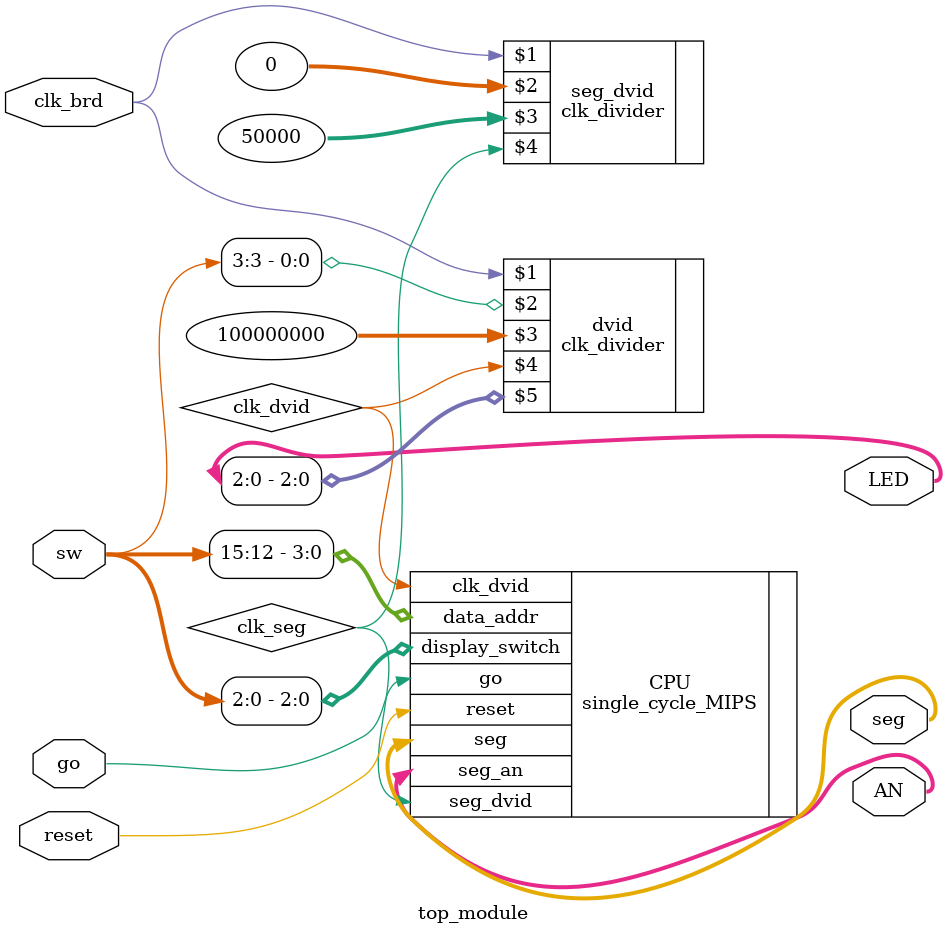
<source format=v>
`timescale 1ns / 1ps


module top_module(
    input clk_brd,
    input reset,
    input go,
    input [15:0]sw,
    output [7:0]seg,
    output [7:0]AN,
    output [6:0]LED
    );
    
    wire clk_dvid;
    wire clk_seg;
    
    /* 100MHz */
    clk_divider dvid(clk_brd, sw[3], 100_000_000, clk_dvid, LED[2:0]);  // best: 3_000_000
    clk_divider seg_dvid(clk_brd, 0, 50_000, clk_seg);
    single_cycle_MIPS CPU(
        .data_addr(sw[15:12]),
        .clk_dvid(clk_dvid),
        .seg_dvid(clk_seg),
        .go(go),
        .reset(reset),
        .display_switch(sw[2:0]),
        .seg_an(AN),
        .seg(seg)
        );
endmodule

</source>
